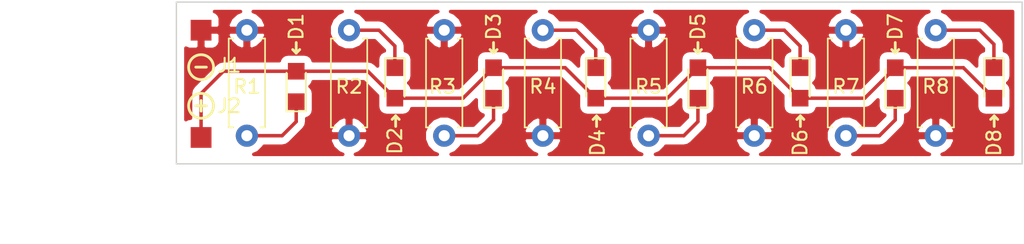
<source format=kicad_pcb>
(kicad_pcb (version 20170123) (host pcbnew no-vcs-found-9c2ebf3~58~ubuntu16.04.1)

  (general
    (links 24)
    (no_connects 7)
    (area 136.272 82.753999 210.362001 102.313001)
    (thickness 1.6)
    (drawings 35)
    (tracks 41)
    (zones 0)
    (modules 18)
    (nets 11)
  )

  (page A4)
  (layers
    (0 F.Cu signal)
    (31 B.Cu signal)
    (32 B.Adhes user)
    (33 F.Adhes user)
    (34 B.Paste user)
    (35 F.Paste user)
    (36 B.SilkS user)
    (37 F.SilkS user)
    (38 B.Mask user)
    (39 F.Mask user)
    (40 Dwgs.User user)
    (41 Cmts.User user)
    (42 Eco1.User user)
    (43 Eco2.User user)
    (44 Edge.Cuts user)
    (45 Margin user)
    (46 B.CrtYd user)
    (47 F.CrtYd user)
    (48 B.Fab user)
    (49 F.Fab user)
  )

  (setup
    (last_trace_width 0.25)
    (trace_clearance 0.2)
    (zone_clearance 0.508)
    (zone_45_only no)
    (trace_min 0.2)
    (segment_width 0.2)
    (edge_width 0.1)
    (via_size 0.6)
    (via_drill 0.4)
    (via_min_size 0.4)
    (via_min_drill 0.3)
    (uvia_size 0.3)
    (uvia_drill 0.1)
    (uvias_allowed no)
    (uvia_min_size 0.2)
    (uvia_min_drill 0.1)
    (pcb_text_width 0.3)
    (pcb_text_size 1.5 1.5)
    (mod_edge_width 0.15)
    (mod_text_size 1 1)
    (mod_text_width 0.15)
    (pad_size 1.5 1.5)
    (pad_drill 0.6)
    (pad_to_mask_clearance 0.02)
    (aux_axis_origin 173.228 68.58)
    (visible_elements FFFDFF7F)
    (pcbplotparams
      (layerselection 0x00020_7fffffff)
      (usegerberextensions false)
      (excludeedgelayer true)
      (linewidth 0.100000)
      (plotframeref false)
      (viasonmask false)
      (mode 1)
      (useauxorigin false)
      (hpglpennumber 1)
      (hpglpenspeed 20)
      (hpglpendiameter 15)
      (psnegative false)
      (psa4output false)
      (plotreference true)
      (plotvalue true)
      (plotinvisibletext false)
      (padsonsilk false)
      (subtractmaskfromsilk false)
      (outputformat 3)
      (mirror false)
      (drillshape 0)
      (scaleselection 1)
      (outputdirectory ""))
  )

  (net 0 "")
  (net 1 "Net-(D1-Pad1)")
  (net 2 "Net-(D2-Pad1)")
  (net 3 "Net-(D3-Pad1)")
  (net 4 "Net-(D4-Pad1)")
  (net 5 "Net-(D5-Pad1)")
  (net 6 "Net-(D6-Pad1)")
  (net 7 "Net-(D7-Pad1)")
  (net 8 "Net-(D8-Pad1)")
  (net 9 GNDREF)
  (net 10 /C)

  (net_class Default "This is the default net class."
    (clearance 0.2)
    (trace_width 0.25)
    (via_dia 0.6)
    (via_drill 0.4)
    (uvia_dia 0.3)
    (uvia_drill 0.1)
    (add_net /C)
    (add_net GNDREF)
    (add_net "Net-(D1-Pad1)")
    (add_net "Net-(D2-Pad1)")
    (add_net "Net-(D3-Pad1)")
    (add_net "Net-(D4-Pad1)")
    (add_net "Net-(D5-Pad1)")
    (add_net "Net-(D6-Pad1)")
    (add_net "Net-(D7-Pad1)")
    (add_net "Net-(D8-Pad1)")
  )

  (module Resistors_THT:R_Axial_DIN0207_L6.3mm_D2.5mm_P7.62mm_Horizontal (layer F.Cu) (tedit 5874F706) (tstamp 58E1FC58)
    (at 154.432 92.456 90)
    (descr "Resistor, Axial_DIN0207 series, Axial, Horizontal, pin pitch=7.62mm, 0.25W = 1/4W, length*diameter=6.3*2.5mm^2, http://cdn-reichelt.de/documents/datenblatt/B400/1_4W%23YAG.pdf")
    (tags "Resistor Axial_DIN0207 series Axial Horizontal pin pitch 7.62mm 0.25W = 1/4W length 6.3mm diameter 2.5mm")
    (path /58DF6766)
    (fp_text reference R1 (at 3.556 0 180) (layer F.SilkS)
      (effects (font (size 1 1) (thickness 0.15)))
    )
    (fp_text value 37 (at 3.81 2.31 90) (layer F.Fab)
      (effects (font (size 1 1) (thickness 0.15)))
    )
    (fp_line (start 0.66 -1.25) (end 0.66 1.25) (layer F.Fab) (width 0.1))
    (fp_line (start 0.66 1.25) (end 6.96 1.25) (layer F.Fab) (width 0.1))
    (fp_line (start 6.96 1.25) (end 6.96 -1.25) (layer F.Fab) (width 0.1))
    (fp_line (start 6.96 -1.25) (end 0.66 -1.25) (layer F.Fab) (width 0.1))
    (fp_line (start 0 0) (end 0.66 0) (layer F.Fab) (width 0.1))
    (fp_line (start 7.62 0) (end 6.96 0) (layer F.Fab) (width 0.1))
    (fp_line (start 0.6 -0.98) (end 0.6 -1.31) (layer F.SilkS) (width 0.12))
    (fp_line (start 0.6 -1.31) (end 7.02 -1.31) (layer F.SilkS) (width 0.12))
    (fp_line (start 7.02 -1.31) (end 7.02 -0.98) (layer F.SilkS) (width 0.12))
    (fp_line (start 0.6 0.98) (end 0.6 1.31) (layer F.SilkS) (width 0.12))
    (fp_line (start 0.6 1.31) (end 7.02 1.31) (layer F.SilkS) (width 0.12))
    (fp_line (start 7.02 1.31) (end 7.02 0.98) (layer F.SilkS) (width 0.12))
    (fp_line (start -1.05 -1.6) (end -1.05 1.6) (layer F.CrtYd) (width 0.05))
    (fp_line (start -1.05 1.6) (end 8.7 1.6) (layer F.CrtYd) (width 0.05))
    (fp_line (start 8.7 1.6) (end 8.7 -1.6) (layer F.CrtYd) (width 0.05))
    (fp_line (start 8.7 -1.6) (end -1.05 -1.6) (layer F.CrtYd) (width 0.05))
    (pad 1 thru_hole circle (at 0 0 90) (size 1.6 1.6) (drill 0.8) (layers *.Cu *.Mask)
      (net 1 "Net-(D1-Pad1)"))
    (pad 2 thru_hole oval (at 7.62 0 90) (size 1.6 1.6) (drill 0.8) (layers *.Cu *.Mask)
      (net 9 GNDREF))
    (model Resistors_THT.3dshapes/R_Axial_DIN0207_L6.3mm_D2.5mm_P7.62mm_Horizontal.wrl
      (at (xyz 0 0 0))
      (scale (xyz 0.393701 0.393701 0.393701))
      (rotate (xyz 0 0 0))
    )
  )

  (module LEDs:LED_0805 (layer F.Cu) (tedit 57FE93EC) (tstamp 58E1FC1E)
    (at 157.988 88.9 90)
    (descr "LED 0805 smd package")
    (tags "LED led 0805 SMD smd SMT smt smdled SMDLED smtled SMTLED")
    (path /58DE35E1)
    (attr smd)
    (fp_text reference D1 (at 4.318 0 90) (layer F.SilkS)
      (effects (font (size 1 1) (thickness 0.15)))
    )
    (fp_text value LED (at -3.175 1.143 90) (layer F.Fab)
      (effects (font (size 1 1) (thickness 0.15)))
    )
    (fp_line (start -1.8 -0.7) (end -1.8 0.7) (layer F.SilkS) (width 0.12))
    (fp_line (start -0.4 -0.4) (end -0.4 0.4) (layer F.Fab) (width 0.1))
    (fp_line (start -0.4 0) (end 0.2 -0.4) (layer F.Fab) (width 0.1))
    (fp_line (start 0.2 0.4) (end -0.4 0) (layer F.Fab) (width 0.1))
    (fp_line (start 0.2 -0.4) (end 0.2 0.4) (layer F.Fab) (width 0.1))
    (fp_line (start 1 0.6) (end -1 0.6) (layer F.Fab) (width 0.1))
    (fp_line (start 1 -0.6) (end 1 0.6) (layer F.Fab) (width 0.1))
    (fp_line (start -1 -0.6) (end 1 -0.6) (layer F.Fab) (width 0.1))
    (fp_line (start -1 0.6) (end -1 -0.6) (layer F.Fab) (width 0.1))
    (fp_line (start -1.8 0.7) (end 1 0.7) (layer F.SilkS) (width 0.12))
    (fp_line (start -1.8 -0.7) (end 1 -0.7) (layer F.SilkS) (width 0.12))
    (fp_line (start 1.95 -0.85) (end 1.95 0.85) (layer F.CrtYd) (width 0.05))
    (fp_line (start 1.95 0.85) (end -1.95 0.85) (layer F.CrtYd) (width 0.05))
    (fp_line (start -1.95 0.85) (end -1.95 -0.85) (layer F.CrtYd) (width 0.05))
    (fp_line (start -1.95 -0.85) (end 1.95 -0.85) (layer F.CrtYd) (width 0.05))
    (pad 2 smd rect (at 1.1 0 270) (size 1.2 1.2) (layers F.Cu F.Paste F.Mask)
      (net 10 /C))
    (pad 1 smd rect (at -1.1 0 270) (size 1.2 1.2) (layers F.Cu F.Paste F.Mask)
      (net 1 "Net-(D1-Pad1)"))
    (model LEDs.3dshapes/LED_0805.wrl
      (at (xyz 0 0 0))
      (scale (xyz 1 1 1))
      (rotate (xyz 0 0 180))
    )
  )

  (module LEDs:LED_0805 (layer F.Cu) (tedit 58E22B5D) (tstamp 58E1FC24)
    (at 165.1 88.646 270)
    (descr "LED 0805 smd package")
    (tags "LED led 0805 SMD smd SMT smt smdled SMDLED smtled SMTLED")
    (path /58DE3707)
    (attr smd)
    (fp_text reference D2 (at 4.191 0 270) (layer F.SilkS)
      (effects (font (size 1 1) (thickness 0.15)))
    )
    (fp_text value LED (at 0 1.55 270) (layer F.Fab) hide
      (effects (font (size 1 1) (thickness 0.15)))
    )
    (fp_line (start -1.8 -0.7) (end -1.8 0.7) (layer F.SilkS) (width 0.12))
    (fp_line (start -0.4 -0.4) (end -0.4 0.4) (layer F.Fab) (width 0.1))
    (fp_line (start -0.4 0) (end 0.2 -0.4) (layer F.Fab) (width 0.1))
    (fp_line (start 0.2 0.4) (end -0.4 0) (layer F.Fab) (width 0.1))
    (fp_line (start 0.2 -0.4) (end 0.2 0.4) (layer F.Fab) (width 0.1))
    (fp_line (start 1 0.6) (end -1 0.6) (layer F.Fab) (width 0.1))
    (fp_line (start 1 -0.6) (end 1 0.6) (layer F.Fab) (width 0.1))
    (fp_line (start -1 -0.6) (end 1 -0.6) (layer F.Fab) (width 0.1))
    (fp_line (start -1 0.6) (end -1 -0.6) (layer F.Fab) (width 0.1))
    (fp_line (start -1.8 0.7) (end 1 0.7) (layer F.SilkS) (width 0.12))
    (fp_line (start -1.8 -0.7) (end 1 -0.7) (layer F.SilkS) (width 0.12))
    (fp_line (start 1.95 -0.85) (end 1.95 0.85) (layer F.CrtYd) (width 0.05))
    (fp_line (start 1.95 0.85) (end -1.95 0.85) (layer F.CrtYd) (width 0.05))
    (fp_line (start -1.95 0.85) (end -1.95 -0.85) (layer F.CrtYd) (width 0.05))
    (fp_line (start -1.95 -0.85) (end 1.95 -0.85) (layer F.CrtYd) (width 0.05))
    (pad 2 smd rect (at 1.1 0 90) (size 1.2 1.2) (layers F.Cu F.Paste F.Mask)
      (net 10 /C))
    (pad 1 smd rect (at -1.1 0 90) (size 1.2 1.2) (layers F.Cu F.Paste F.Mask)
      (net 2 "Net-(D2-Pad1)"))
    (model LEDs.3dshapes/LED_0805.wrl
      (at (xyz 0 0 0))
      (scale (xyz 1 1 1))
      (rotate (xyz 0 0 180))
    )
  )

  (module LEDs:LED_0805 (layer F.Cu) (tedit 58E22BA3) (tstamp 58E1FC2A)
    (at 172.212 88.646 90)
    (descr "LED 0805 smd package")
    (tags "LED led 0805 SMD smd SMT smt smdled SMDLED smtled SMTLED")
    (path /58DE3788)
    (attr smd)
    (fp_text reference D3 (at 4.064 0 90) (layer F.SilkS)
      (effects (font (size 1 1) (thickness 0.15)))
    )
    (fp_text value LED (at 0 1.55 90) (layer F.Fab) hide
      (effects (font (size 1 1) (thickness 0.15)))
    )
    (fp_line (start -1.8 -0.7) (end -1.8 0.7) (layer F.SilkS) (width 0.12))
    (fp_line (start -0.4 -0.4) (end -0.4 0.4) (layer F.Fab) (width 0.1))
    (fp_line (start -0.4 0) (end 0.2 -0.4) (layer F.Fab) (width 0.1))
    (fp_line (start 0.2 0.4) (end -0.4 0) (layer F.Fab) (width 0.1))
    (fp_line (start 0.2 -0.4) (end 0.2 0.4) (layer F.Fab) (width 0.1))
    (fp_line (start 1 0.6) (end -1 0.6) (layer F.Fab) (width 0.1))
    (fp_line (start 1 -0.6) (end 1 0.6) (layer F.Fab) (width 0.1))
    (fp_line (start -1 -0.6) (end 1 -0.6) (layer F.Fab) (width 0.1))
    (fp_line (start -1 0.6) (end -1 -0.6) (layer F.Fab) (width 0.1))
    (fp_line (start -1.8 0.7) (end 1 0.7) (layer F.SilkS) (width 0.12))
    (fp_line (start -1.8 -0.7) (end 1 -0.7) (layer F.SilkS) (width 0.12))
    (fp_line (start 1.95 -0.85) (end 1.95 0.85) (layer F.CrtYd) (width 0.05))
    (fp_line (start 1.95 0.85) (end -1.95 0.85) (layer F.CrtYd) (width 0.05))
    (fp_line (start -1.95 0.85) (end -1.95 -0.85) (layer F.CrtYd) (width 0.05))
    (fp_line (start -1.95 -0.85) (end 1.95 -0.85) (layer F.CrtYd) (width 0.05))
    (pad 2 smd rect (at 1.1 0 270) (size 1.2 1.2) (layers F.Cu F.Paste F.Mask)
      (net 10 /C))
    (pad 1 smd rect (at -1.1 0 270) (size 1.2 1.2) (layers F.Cu F.Paste F.Mask)
      (net 3 "Net-(D3-Pad1)"))
    (model LEDs.3dshapes/LED_0805.wrl
      (at (xyz 0 0 0))
      (scale (xyz 1 1 1))
      (rotate (xyz 0 0 180))
    )
  )

  (module LEDs:LED_0805 (layer F.Cu) (tedit 58E22BB9) (tstamp 58E1FC30)
    (at 179.578 88.646 270)
    (descr "LED 0805 smd package")
    (tags "LED led 0805 SMD smd SMT smt smdled SMDLED smtled SMTLED")
    (path /58DE378E)
    (attr smd)
    (fp_text reference D4 (at 4.318 -0.127 270) (layer F.SilkS)
      (effects (font (size 1 1) (thickness 0.15)))
    )
    (fp_text value LED (at 0 1.55 270) (layer F.Fab) hide
      (effects (font (size 1 1) (thickness 0.15)))
    )
    (fp_line (start -1.8 -0.7) (end -1.8 0.7) (layer F.SilkS) (width 0.12))
    (fp_line (start -0.4 -0.4) (end -0.4 0.4) (layer F.Fab) (width 0.1))
    (fp_line (start -0.4 0) (end 0.2 -0.4) (layer F.Fab) (width 0.1))
    (fp_line (start 0.2 0.4) (end -0.4 0) (layer F.Fab) (width 0.1))
    (fp_line (start 0.2 -0.4) (end 0.2 0.4) (layer F.Fab) (width 0.1))
    (fp_line (start 1 0.6) (end -1 0.6) (layer F.Fab) (width 0.1))
    (fp_line (start 1 -0.6) (end 1 0.6) (layer F.Fab) (width 0.1))
    (fp_line (start -1 -0.6) (end 1 -0.6) (layer F.Fab) (width 0.1))
    (fp_line (start -1 0.6) (end -1 -0.6) (layer F.Fab) (width 0.1))
    (fp_line (start -1.8 0.7) (end 1 0.7) (layer F.SilkS) (width 0.12))
    (fp_line (start -1.8 -0.7) (end 1 -0.7) (layer F.SilkS) (width 0.12))
    (fp_line (start 1.95 -0.85) (end 1.95 0.85) (layer F.CrtYd) (width 0.05))
    (fp_line (start 1.95 0.85) (end -1.95 0.85) (layer F.CrtYd) (width 0.05))
    (fp_line (start -1.95 0.85) (end -1.95 -0.85) (layer F.CrtYd) (width 0.05))
    (fp_line (start -1.95 -0.85) (end 1.95 -0.85) (layer F.CrtYd) (width 0.05))
    (pad 2 smd rect (at 1.1 0 90) (size 1.2 1.2) (layers F.Cu F.Paste F.Mask)
      (net 10 /C))
    (pad 1 smd rect (at -1.1 0 90) (size 1.2 1.2) (layers F.Cu F.Paste F.Mask)
      (net 4 "Net-(D4-Pad1)"))
    (model LEDs.3dshapes/LED_0805.wrl
      (at (xyz 0 0 0))
      (scale (xyz 1 1 1))
      (rotate (xyz 0 0 180))
    )
  )

  (module LEDs:LED_0805 (layer F.Cu) (tedit 58E22C00) (tstamp 58E1FC36)
    (at 186.944 88.646 90)
    (descr "LED 0805 smd package")
    (tags "LED led 0805 SMD smd SMT smt smdled SMDLED smtled SMTLED")
    (path /58DE38CC)
    (attr smd)
    (fp_text reference D5 (at 4.064 0 90) (layer F.SilkS)
      (effects (font (size 1 1) (thickness 0.15)))
    )
    (fp_text value LED (at 0 1.55 90) (layer F.Fab) hide
      (effects (font (size 1 1) (thickness 0.15)))
    )
    (fp_line (start -1.8 -0.7) (end -1.8 0.7) (layer F.SilkS) (width 0.12))
    (fp_line (start -0.4 -0.4) (end -0.4 0.4) (layer F.Fab) (width 0.1))
    (fp_line (start -0.4 0) (end 0.2 -0.4) (layer F.Fab) (width 0.1))
    (fp_line (start 0.2 0.4) (end -0.4 0) (layer F.Fab) (width 0.1))
    (fp_line (start 0.2 -0.4) (end 0.2 0.4) (layer F.Fab) (width 0.1))
    (fp_line (start 1 0.6) (end -1 0.6) (layer F.Fab) (width 0.1))
    (fp_line (start 1 -0.6) (end 1 0.6) (layer F.Fab) (width 0.1))
    (fp_line (start -1 -0.6) (end 1 -0.6) (layer F.Fab) (width 0.1))
    (fp_line (start -1 0.6) (end -1 -0.6) (layer F.Fab) (width 0.1))
    (fp_line (start -1.8 0.7) (end 1 0.7) (layer F.SilkS) (width 0.12))
    (fp_line (start -1.8 -0.7) (end 1 -0.7) (layer F.SilkS) (width 0.12))
    (fp_line (start 1.95 -0.85) (end 1.95 0.85) (layer F.CrtYd) (width 0.05))
    (fp_line (start 1.95 0.85) (end -1.95 0.85) (layer F.CrtYd) (width 0.05))
    (fp_line (start -1.95 0.85) (end -1.95 -0.85) (layer F.CrtYd) (width 0.05))
    (fp_line (start -1.95 -0.85) (end 1.95 -0.85) (layer F.CrtYd) (width 0.05))
    (pad 2 smd rect (at 1.1 0 270) (size 1.2 1.2) (layers F.Cu F.Paste F.Mask)
      (net 10 /C))
    (pad 1 smd rect (at -1.1 0 270) (size 1.2 1.2) (layers F.Cu F.Paste F.Mask)
      (net 5 "Net-(D5-Pad1)"))
    (model LEDs.3dshapes/LED_0805.wrl
      (at (xyz 0 0 0))
      (scale (xyz 1 1 1))
      (rotate (xyz 0 0 180))
    )
  )

  (module LEDs:LED_0805 (layer F.Cu) (tedit 58E22C08) (tstamp 58E1FC3C)
    (at 194.31 88.646 270)
    (descr "LED 0805 smd package")
    (tags "LED led 0805 SMD smd SMT smt smdled SMDLED smtled SMTLED")
    (path /58DE38D2)
    (attr smd)
    (fp_text reference D6 (at 4.318 0 270) (layer F.SilkS)
      (effects (font (size 1 1) (thickness 0.15)))
    )
    (fp_text value LED (at 0 1.55 270) (layer F.Fab) hide
      (effects (font (size 1 1) (thickness 0.15)))
    )
    (fp_line (start -1.8 -0.7) (end -1.8 0.7) (layer F.SilkS) (width 0.12))
    (fp_line (start -0.4 -0.4) (end -0.4 0.4) (layer F.Fab) (width 0.1))
    (fp_line (start -0.4 0) (end 0.2 -0.4) (layer F.Fab) (width 0.1))
    (fp_line (start 0.2 0.4) (end -0.4 0) (layer F.Fab) (width 0.1))
    (fp_line (start 0.2 -0.4) (end 0.2 0.4) (layer F.Fab) (width 0.1))
    (fp_line (start 1 0.6) (end -1 0.6) (layer F.Fab) (width 0.1))
    (fp_line (start 1 -0.6) (end 1 0.6) (layer F.Fab) (width 0.1))
    (fp_line (start -1 -0.6) (end 1 -0.6) (layer F.Fab) (width 0.1))
    (fp_line (start -1 0.6) (end -1 -0.6) (layer F.Fab) (width 0.1))
    (fp_line (start -1.8 0.7) (end 1 0.7) (layer F.SilkS) (width 0.12))
    (fp_line (start -1.8 -0.7) (end 1 -0.7) (layer F.SilkS) (width 0.12))
    (fp_line (start 1.95 -0.85) (end 1.95 0.85) (layer F.CrtYd) (width 0.05))
    (fp_line (start 1.95 0.85) (end -1.95 0.85) (layer F.CrtYd) (width 0.05))
    (fp_line (start -1.95 0.85) (end -1.95 -0.85) (layer F.CrtYd) (width 0.05))
    (fp_line (start -1.95 -0.85) (end 1.95 -0.85) (layer F.CrtYd) (width 0.05))
    (pad 2 smd rect (at 1.1 0 90) (size 1.2 1.2) (layers F.Cu F.Paste F.Mask)
      (net 10 /C))
    (pad 1 smd rect (at -1.1 0 90) (size 1.2 1.2) (layers F.Cu F.Paste F.Mask)
      (net 6 "Net-(D6-Pad1)"))
    (model LEDs.3dshapes/LED_0805.wrl
      (at (xyz 0 0 0))
      (scale (xyz 1 1 1))
      (rotate (xyz 0 0 180))
    )
  )

  (module LEDs:LED_0805 (layer F.Cu) (tedit 58E22C53) (tstamp 58E1FC42)
    (at 201.168 88.646 90)
    (descr "LED 0805 smd package")
    (tags "LED led 0805 SMD smd SMT smt smdled SMDLED smtled SMTLED")
    (path /58DE38D8)
    (attr smd)
    (fp_text reference D7 (at 4.064 0 90) (layer F.SilkS)
      (effects (font (size 1 1) (thickness 0.15)))
    )
    (fp_text value LED (at 0 1.55 90) (layer F.Fab) hide
      (effects (font (size 1 1) (thickness 0.15)))
    )
    (fp_line (start -1.8 -0.7) (end -1.8 0.7) (layer F.SilkS) (width 0.12))
    (fp_line (start -0.4 -0.4) (end -0.4 0.4) (layer F.Fab) (width 0.1))
    (fp_line (start -0.4 0) (end 0.2 -0.4) (layer F.Fab) (width 0.1))
    (fp_line (start 0.2 0.4) (end -0.4 0) (layer F.Fab) (width 0.1))
    (fp_line (start 0.2 -0.4) (end 0.2 0.4) (layer F.Fab) (width 0.1))
    (fp_line (start 1 0.6) (end -1 0.6) (layer F.Fab) (width 0.1))
    (fp_line (start 1 -0.6) (end 1 0.6) (layer F.Fab) (width 0.1))
    (fp_line (start -1 -0.6) (end 1 -0.6) (layer F.Fab) (width 0.1))
    (fp_line (start -1 0.6) (end -1 -0.6) (layer F.Fab) (width 0.1))
    (fp_line (start -1.8 0.7) (end 1 0.7) (layer F.SilkS) (width 0.12))
    (fp_line (start -1.8 -0.7) (end 1 -0.7) (layer F.SilkS) (width 0.12))
    (fp_line (start 1.95 -0.85) (end 1.95 0.85) (layer F.CrtYd) (width 0.05))
    (fp_line (start 1.95 0.85) (end -1.95 0.85) (layer F.CrtYd) (width 0.05))
    (fp_line (start -1.95 0.85) (end -1.95 -0.85) (layer F.CrtYd) (width 0.05))
    (fp_line (start -1.95 -0.85) (end 1.95 -0.85) (layer F.CrtYd) (width 0.05))
    (pad 2 smd rect (at 1.1 0 270) (size 1.2 1.2) (layers F.Cu F.Paste F.Mask)
      (net 10 /C))
    (pad 1 smd rect (at -1.1 0 270) (size 1.2 1.2) (layers F.Cu F.Paste F.Mask)
      (net 7 "Net-(D7-Pad1)"))
    (model LEDs.3dshapes/LED_0805.wrl
      (at (xyz 0 0 0))
      (scale (xyz 1 1 1))
      (rotate (xyz 0 0 180))
    )
  )

  (module LEDs:LED_0805 (layer F.Cu) (tedit 58E3F45E) (tstamp 58E1FC48)
    (at 208.28 88.646 270)
    (descr "LED 0805 smd package")
    (tags "LED led 0805 SMD smd SMT smt smdled SMDLED smtled SMTLED")
    (path /58DE38DE)
    (attr smd)
    (fp_text reference D8 (at 4.318 0 270) (layer F.SilkS)
      (effects (font (size 1 1) (thickness 0.15)))
    )
    (fp_text value LED (at 0 1.55 270) (layer F.Fab) hide
      (effects (font (size 1 1) (thickness 0.15)))
    )
    (fp_line (start -1.8 -0.7) (end -1.8 0.7) (layer F.SilkS) (width 0.12))
    (fp_line (start -0.4 -0.4) (end -0.4 0.4) (layer F.Fab) (width 0.1))
    (fp_line (start -0.4 0) (end 0.2 -0.4) (layer F.Fab) (width 0.1))
    (fp_line (start 0.2 0.4) (end -0.4 0) (layer F.Fab) (width 0.1))
    (fp_line (start 0.2 -0.4) (end 0.2 0.4) (layer F.Fab) (width 0.1))
    (fp_line (start 1 0.6) (end -1 0.6) (layer F.Fab) (width 0.1))
    (fp_line (start 1 -0.6) (end 1 0.6) (layer F.Fab) (width 0.1))
    (fp_line (start -1 -0.6) (end 1 -0.6) (layer F.Fab) (width 0.1))
    (fp_line (start -1 0.6) (end -1 -0.6) (layer F.Fab) (width 0.1))
    (fp_line (start -1.8 0.7) (end 1 0.7) (layer F.SilkS) (width 0.12))
    (fp_line (start -1.8 -0.7) (end 1 -0.7) (layer F.SilkS) (width 0.12))
    (fp_line (start 1.95 -0.85) (end 1.95 0.85) (layer F.CrtYd) (width 0.05))
    (fp_line (start 1.95 0.85) (end -1.95 0.85) (layer F.CrtYd) (width 0.05))
    (fp_line (start -1.95 0.85) (end -1.95 -0.85) (layer F.CrtYd) (width 0.05))
    (fp_line (start -1.95 -0.85) (end 1.95 -0.85) (layer F.CrtYd) (width 0.05))
    (pad 2 smd rect (at 1.1 0 90) (size 1.2 1.2) (layers F.Cu F.Paste F.Mask)
      (net 10 /C))
    (pad 1 smd rect (at -1.1 0 90) (size 1.2 1.2) (layers F.Cu F.Paste F.Mask)
      (net 8 "Net-(D8-Pad1)"))
    (model LEDs.3dshapes/LED_0805.wrl
      (at (xyz 0 0 0))
      (scale (xyz 1 1 1))
      (rotate (xyz 0 0 180))
    )
  )

  (module Measurement_Points:Measurement_Point_Square-SMD-Pad_Small (layer F.Cu) (tedit 58E40351) (tstamp 58E1FC4D)
    (at 151.13 84.836)
    (descr "Mesurement Point, Square, SMD Pad,  1.5mm x 1.5mm,")
    (tags "Mesurement Point Square SMD Pad 1.5x1.5mm")
    (path /58DF58BA)
    (attr virtual)
    (fp_text reference J1 (at 2.032 2.54 180) (layer F.SilkS)
      (effects (font (size 1 1) (thickness 0.15)))
    )
    (fp_text value Rows (at 0 2) (layer F.Fab)
      (effects (font (size 1 1) (thickness 0.15)))
    )
    (fp_line (start -1 -1) (end 1 -1) (layer F.CrtYd) (width 0.05))
    (fp_line (start 1 -1) (end 1 1) (layer F.CrtYd) (width 0.05))
    (fp_line (start 1 1) (end -1 1) (layer F.CrtYd) (width 0.05))
    (fp_line (start -1 1) (end -1 -1) (layer F.CrtYd) (width 0.05))
    (pad 1 smd rect (at 0 0) (size 1.5 1.5) (layers F.Cu F.Mask)
      (net 9 GNDREF))
  )

  (module Measurement_Points:Measurement_Point_Square-SMD-Pad_Small (layer F.Cu) (tedit 58E40357) (tstamp 58E1FC52)
    (at 151.13 92.583)
    (descr "Mesurement Point, Square, SMD Pad,  1.5mm x 1.5mm,")
    (tags "Mesurement Point Square SMD Pad 1.5x1.5mm")
    (path /58DF592F)
    (attr virtual)
    (fp_text reference J2 (at 2.032 -2.286) (layer F.SilkS)
      (effects (font (size 1 1) (thickness 0.15)))
    )
    (fp_text value Columns (at 0 2) (layer F.Fab) hide
      (effects (font (size 1 1) (thickness 0.15)))
    )
    (fp_line (start -1 -1) (end 1 -1) (layer F.CrtYd) (width 0.05))
    (fp_line (start 1 -1) (end 1 1) (layer F.CrtYd) (width 0.05))
    (fp_line (start 1 1) (end -1 1) (layer F.CrtYd) (width 0.05))
    (fp_line (start -1 1) (end -1 -1) (layer F.CrtYd) (width 0.05))
    (pad 1 smd rect (at 0 0) (size 1.5 1.5) (layers F.Cu F.Mask)
      (net 10 /C))
  )

  (module Resistors_THT:R_Axial_DIN0207_L6.3mm_D2.5mm_P7.62mm_Horizontal (layer F.Cu) (tedit 5874F706) (tstamp 58E1FC5E)
    (at 161.798 84.836 270)
    (descr "Resistor, Axial_DIN0207 series, Axial, Horizontal, pin pitch=7.62mm, 0.25W = 1/4W, length*diameter=6.3*2.5mm^2, http://cdn-reichelt.de/documents/datenblatt/B400/1_4W%23YAG.pdf")
    (tags "Resistor Axial_DIN0207 series Axial Horizontal pin pitch 7.62mm 0.25W = 1/4W length 6.3mm diameter 2.5mm")
    (path /58DF6ACF)
    (fp_text reference R2 (at 4.064 0) (layer F.SilkS)
      (effects (font (size 1 1) (thickness 0.15)))
    )
    (fp_text value 37 (at 3.81 2.31 270) (layer F.Fab) hide
      (effects (font (size 1 1) (thickness 0.15)))
    )
    (fp_line (start 0.66 -1.25) (end 0.66 1.25) (layer F.Fab) (width 0.1))
    (fp_line (start 0.66 1.25) (end 6.96 1.25) (layer F.Fab) (width 0.1))
    (fp_line (start 6.96 1.25) (end 6.96 -1.25) (layer F.Fab) (width 0.1))
    (fp_line (start 6.96 -1.25) (end 0.66 -1.25) (layer F.Fab) (width 0.1))
    (fp_line (start 0 0) (end 0.66 0) (layer F.Fab) (width 0.1))
    (fp_line (start 7.62 0) (end 6.96 0) (layer F.Fab) (width 0.1))
    (fp_line (start 0.6 -0.98) (end 0.6 -1.31) (layer F.SilkS) (width 0.12))
    (fp_line (start 0.6 -1.31) (end 7.02 -1.31) (layer F.SilkS) (width 0.12))
    (fp_line (start 7.02 -1.31) (end 7.02 -0.98) (layer F.SilkS) (width 0.12))
    (fp_line (start 0.6 0.98) (end 0.6 1.31) (layer F.SilkS) (width 0.12))
    (fp_line (start 0.6 1.31) (end 7.02 1.31) (layer F.SilkS) (width 0.12))
    (fp_line (start 7.02 1.31) (end 7.02 0.98) (layer F.SilkS) (width 0.12))
    (fp_line (start -1.05 -1.6) (end -1.05 1.6) (layer F.CrtYd) (width 0.05))
    (fp_line (start -1.05 1.6) (end 8.7 1.6) (layer F.CrtYd) (width 0.05))
    (fp_line (start 8.7 1.6) (end 8.7 -1.6) (layer F.CrtYd) (width 0.05))
    (fp_line (start 8.7 -1.6) (end -1.05 -1.6) (layer F.CrtYd) (width 0.05))
    (pad 1 thru_hole circle (at 0 0 270) (size 1.6 1.6) (drill 0.8) (layers *.Cu *.Mask)
      (net 2 "Net-(D2-Pad1)"))
    (pad 2 thru_hole oval (at 7.62 0 270) (size 1.6 1.6) (drill 0.8) (layers *.Cu *.Mask)
      (net 9 GNDREF))
    (model Resistors_THT.3dshapes/R_Axial_DIN0207_L6.3mm_D2.5mm_P7.62mm_Horizontal.wrl
      (at (xyz 0 0 0))
      (scale (xyz 0.393701 0.393701 0.393701))
      (rotate (xyz 0 0 0))
    )
  )

  (module Resistors_THT:R_Axial_DIN0207_L6.3mm_D2.5mm_P7.62mm_Horizontal (layer F.Cu) (tedit 58E22B80) (tstamp 58E1FC64)
    (at 168.656 92.456 90)
    (descr "Resistor, Axial_DIN0207 series, Axial, Horizontal, pin pitch=7.62mm, 0.25W = 1/4W, length*diameter=6.3*2.5mm^2, http://cdn-reichelt.de/documents/datenblatt/B400/1_4W%23YAG.pdf")
    (tags "Resistor Axial_DIN0207 series Axial Horizontal pin pitch 7.62mm 0.25W = 1/4W length 6.3mm diameter 2.5mm")
    (path /58DF73C1)
    (fp_text reference R3 (at 3.556 -0.127 180) (layer F.SilkS)
      (effects (font (size 1 1) (thickness 0.15)))
    )
    (fp_text value 37 (at 3.81 2.31 90) (layer F.Fab) hide
      (effects (font (size 1 1) (thickness 0.15)))
    )
    (fp_line (start 0.66 -1.25) (end 0.66 1.25) (layer F.Fab) (width 0.1))
    (fp_line (start 0.66 1.25) (end 6.96 1.25) (layer F.Fab) (width 0.1))
    (fp_line (start 6.96 1.25) (end 6.96 -1.25) (layer F.Fab) (width 0.1))
    (fp_line (start 6.96 -1.25) (end 0.66 -1.25) (layer F.Fab) (width 0.1))
    (fp_line (start 0 0) (end 0.66 0) (layer F.Fab) (width 0.1))
    (fp_line (start 7.62 0) (end 6.96 0) (layer F.Fab) (width 0.1))
    (fp_line (start 0.6 -0.98) (end 0.6 -1.31) (layer F.SilkS) (width 0.12))
    (fp_line (start 0.6 -1.31) (end 7.02 -1.31) (layer F.SilkS) (width 0.12))
    (fp_line (start 7.02 -1.31) (end 7.02 -0.98) (layer F.SilkS) (width 0.12))
    (fp_line (start 0.6 0.98) (end 0.6 1.31) (layer F.SilkS) (width 0.12))
    (fp_line (start 0.6 1.31) (end 7.02 1.31) (layer F.SilkS) (width 0.12))
    (fp_line (start 7.02 1.31) (end 7.02 0.98) (layer F.SilkS) (width 0.12))
    (fp_line (start -1.05 -1.6) (end -1.05 1.6) (layer F.CrtYd) (width 0.05))
    (fp_line (start -1.05 1.6) (end 8.7 1.6) (layer F.CrtYd) (width 0.05))
    (fp_line (start 8.7 1.6) (end 8.7 -1.6) (layer F.CrtYd) (width 0.05))
    (fp_line (start 8.7 -1.6) (end -1.05 -1.6) (layer F.CrtYd) (width 0.05))
    (pad 1 thru_hole circle (at 0 0 90) (size 1.6 1.6) (drill 0.8) (layers *.Cu *.Mask)
      (net 3 "Net-(D3-Pad1)"))
    (pad 2 thru_hole oval (at 7.62 0 90) (size 1.6 1.6) (drill 0.8) (layers *.Cu *.Mask)
      (net 9 GNDREF))
    (model Resistors_THT.3dshapes/R_Axial_DIN0207_L6.3mm_D2.5mm_P7.62mm_Horizontal.wrl
      (at (xyz 0 0 0))
      (scale (xyz 0.393701 0.393701 0.393701))
      (rotate (xyz 0 0 0))
    )
  )

  (module Resistors_THT:R_Axial_DIN0207_L6.3mm_D2.5mm_P7.62mm_Horizontal (layer F.Cu) (tedit 58E22BBE) (tstamp 58E1FC6A)
    (at 175.768 84.836 270)
    (descr "Resistor, Axial_DIN0207 series, Axial, Horizontal, pin pitch=7.62mm, 0.25W = 1/4W, length*diameter=6.3*2.5mm^2, http://cdn-reichelt.de/documents/datenblatt/B400/1_4W%23YAG.pdf")
    (tags "Resistor Axial_DIN0207 series Axial Horizontal pin pitch 7.62mm 0.25W = 1/4W length 6.3mm diameter 2.5mm")
    (path /58DF73C7)
    (fp_text reference R4 (at 4.064 0) (layer F.SilkS)
      (effects (font (size 1 1) (thickness 0.15)))
    )
    (fp_text value 37 (at 3.81 2.31 270) (layer F.Fab) hide
      (effects (font (size 1 1) (thickness 0.15)))
    )
    (fp_line (start 0.66 -1.25) (end 0.66 1.25) (layer F.Fab) (width 0.1))
    (fp_line (start 0.66 1.25) (end 6.96 1.25) (layer F.Fab) (width 0.1))
    (fp_line (start 6.96 1.25) (end 6.96 -1.25) (layer F.Fab) (width 0.1))
    (fp_line (start 6.96 -1.25) (end 0.66 -1.25) (layer F.Fab) (width 0.1))
    (fp_line (start 0 0) (end 0.66 0) (layer F.Fab) (width 0.1))
    (fp_line (start 7.62 0) (end 6.96 0) (layer F.Fab) (width 0.1))
    (fp_line (start 0.6 -0.98) (end 0.6 -1.31) (layer F.SilkS) (width 0.12))
    (fp_line (start 0.6 -1.31) (end 7.02 -1.31) (layer F.SilkS) (width 0.12))
    (fp_line (start 7.02 -1.31) (end 7.02 -0.98) (layer F.SilkS) (width 0.12))
    (fp_line (start 0.6 0.98) (end 0.6 1.31) (layer F.SilkS) (width 0.12))
    (fp_line (start 0.6 1.31) (end 7.02 1.31) (layer F.SilkS) (width 0.12))
    (fp_line (start 7.02 1.31) (end 7.02 0.98) (layer F.SilkS) (width 0.12))
    (fp_line (start -1.05 -1.6) (end -1.05 1.6) (layer F.CrtYd) (width 0.05))
    (fp_line (start -1.05 1.6) (end 8.7 1.6) (layer F.CrtYd) (width 0.05))
    (fp_line (start 8.7 1.6) (end 8.7 -1.6) (layer F.CrtYd) (width 0.05))
    (fp_line (start 8.7 -1.6) (end -1.05 -1.6) (layer F.CrtYd) (width 0.05))
    (pad 1 thru_hole circle (at 0 0 270) (size 1.6 1.6) (drill 0.8) (layers *.Cu *.Mask)
      (net 4 "Net-(D4-Pad1)"))
    (pad 2 thru_hole oval (at 7.62 0 270) (size 1.6 1.6) (drill 0.8) (layers *.Cu *.Mask)
      (net 9 GNDREF))
    (model Resistors_THT.3dshapes/R_Axial_DIN0207_L6.3mm_D2.5mm_P7.62mm_Horizontal.wrl
      (at (xyz 0 0 0))
      (scale (xyz 0.393701 0.393701 0.393701))
      (rotate (xyz 0 0 0))
    )
  )

  (module Resistors_THT:R_Axial_DIN0207_L6.3mm_D2.5mm_P7.62mm_Horizontal (layer F.Cu) (tedit 58E22BEE) (tstamp 58E1FC70)
    (at 183.388 92.456 90)
    (descr "Resistor, Axial_DIN0207 series, Axial, Horizontal, pin pitch=7.62mm, 0.25W = 1/4W, length*diameter=6.3*2.5mm^2, http://cdn-reichelt.de/documents/datenblatt/B400/1_4W%23YAG.pdf")
    (tags "Resistor Axial_DIN0207 series Axial Horizontal pin pitch 7.62mm 0.25W = 1/4W length 6.3mm diameter 2.5mm")
    (path /58DF74D9)
    (fp_text reference R5 (at 3.556 0 180) (layer F.SilkS)
      (effects (font (size 1 1) (thickness 0.15)))
    )
    (fp_text value 37 (at 3.81 2.31 90) (layer F.Fab) hide
      (effects (font (size 1 1) (thickness 0.15)))
    )
    (fp_line (start 0.66 -1.25) (end 0.66 1.25) (layer F.Fab) (width 0.1))
    (fp_line (start 0.66 1.25) (end 6.96 1.25) (layer F.Fab) (width 0.1))
    (fp_line (start 6.96 1.25) (end 6.96 -1.25) (layer F.Fab) (width 0.1))
    (fp_line (start 6.96 -1.25) (end 0.66 -1.25) (layer F.Fab) (width 0.1))
    (fp_line (start 0 0) (end 0.66 0) (layer F.Fab) (width 0.1))
    (fp_line (start 7.62 0) (end 6.96 0) (layer F.Fab) (width 0.1))
    (fp_line (start 0.6 -0.98) (end 0.6 -1.31) (layer F.SilkS) (width 0.12))
    (fp_line (start 0.6 -1.31) (end 7.02 -1.31) (layer F.SilkS) (width 0.12))
    (fp_line (start 7.02 -1.31) (end 7.02 -0.98) (layer F.SilkS) (width 0.12))
    (fp_line (start 0.6 0.98) (end 0.6 1.31) (layer F.SilkS) (width 0.12))
    (fp_line (start 0.6 1.31) (end 7.02 1.31) (layer F.SilkS) (width 0.12))
    (fp_line (start 7.02 1.31) (end 7.02 0.98) (layer F.SilkS) (width 0.12))
    (fp_line (start -1.05 -1.6) (end -1.05 1.6) (layer F.CrtYd) (width 0.05))
    (fp_line (start -1.05 1.6) (end 8.7 1.6) (layer F.CrtYd) (width 0.05))
    (fp_line (start 8.7 1.6) (end 8.7 -1.6) (layer F.CrtYd) (width 0.05))
    (fp_line (start 8.7 -1.6) (end -1.05 -1.6) (layer F.CrtYd) (width 0.05))
    (pad 1 thru_hole circle (at 0 0 90) (size 1.6 1.6) (drill 0.8) (layers *.Cu *.Mask)
      (net 5 "Net-(D5-Pad1)"))
    (pad 2 thru_hole oval (at 7.62 0 90) (size 1.6 1.6) (drill 0.8) (layers *.Cu *.Mask)
      (net 9 GNDREF))
    (model Resistors_THT.3dshapes/R_Axial_DIN0207_L6.3mm_D2.5mm_P7.62mm_Horizontal.wrl
      (at (xyz 0 0 0))
      (scale (xyz 0.393701 0.393701 0.393701))
      (rotate (xyz 0 0 0))
    )
  )

  (module Resistors_THT:R_Axial_DIN0207_L6.3mm_D2.5mm_P7.62mm_Horizontal (layer F.Cu) (tedit 58E22C0D) (tstamp 58E1FC76)
    (at 191.008 84.836 270)
    (descr "Resistor, Axial_DIN0207 series, Axial, Horizontal, pin pitch=7.62mm, 0.25W = 1/4W, length*diameter=6.3*2.5mm^2, http://cdn-reichelt.de/documents/datenblatt/B400/1_4W%23YAG.pdf")
    (tags "Resistor Axial_DIN0207 series Axial Horizontal pin pitch 7.62mm 0.25W = 1/4W length 6.3mm diameter 2.5mm")
    (path /58DF74DF)
    (fp_text reference R6 (at 4.064 0) (layer F.SilkS)
      (effects (font (size 1 1) (thickness 0.15)))
    )
    (fp_text value 37 (at 3.81 2.31 270) (layer F.Fab) hide
      (effects (font (size 1 1) (thickness 0.15)))
    )
    (fp_line (start 0.66 -1.25) (end 0.66 1.25) (layer F.Fab) (width 0.1))
    (fp_line (start 0.66 1.25) (end 6.96 1.25) (layer F.Fab) (width 0.1))
    (fp_line (start 6.96 1.25) (end 6.96 -1.25) (layer F.Fab) (width 0.1))
    (fp_line (start 6.96 -1.25) (end 0.66 -1.25) (layer F.Fab) (width 0.1))
    (fp_line (start 0 0) (end 0.66 0) (layer F.Fab) (width 0.1))
    (fp_line (start 7.62 0) (end 6.96 0) (layer F.Fab) (width 0.1))
    (fp_line (start 0.6 -0.98) (end 0.6 -1.31) (layer F.SilkS) (width 0.12))
    (fp_line (start 0.6 -1.31) (end 7.02 -1.31) (layer F.SilkS) (width 0.12))
    (fp_line (start 7.02 -1.31) (end 7.02 -0.98) (layer F.SilkS) (width 0.12))
    (fp_line (start 0.6 0.98) (end 0.6 1.31) (layer F.SilkS) (width 0.12))
    (fp_line (start 0.6 1.31) (end 7.02 1.31) (layer F.SilkS) (width 0.12))
    (fp_line (start 7.02 1.31) (end 7.02 0.98) (layer F.SilkS) (width 0.12))
    (fp_line (start -1.05 -1.6) (end -1.05 1.6) (layer F.CrtYd) (width 0.05))
    (fp_line (start -1.05 1.6) (end 8.7 1.6) (layer F.CrtYd) (width 0.05))
    (fp_line (start 8.7 1.6) (end 8.7 -1.6) (layer F.CrtYd) (width 0.05))
    (fp_line (start 8.7 -1.6) (end -1.05 -1.6) (layer F.CrtYd) (width 0.05))
    (pad 1 thru_hole circle (at 0 0 270) (size 1.6 1.6) (drill 0.8) (layers *.Cu *.Mask)
      (net 6 "Net-(D6-Pad1)"))
    (pad 2 thru_hole oval (at 7.62 0 270) (size 1.6 1.6) (drill 0.8) (layers *.Cu *.Mask)
      (net 9 GNDREF))
    (model Resistors_THT.3dshapes/R_Axial_DIN0207_L6.3mm_D2.5mm_P7.62mm_Horizontal.wrl
      (at (xyz 0 0 0))
      (scale (xyz 0.393701 0.393701 0.393701))
      (rotate (xyz 0 0 0))
    )
  )

  (module Resistors_THT:R_Axial_DIN0207_L6.3mm_D2.5mm_P7.62mm_Horizontal (layer F.Cu) (tedit 58E22C33) (tstamp 58E1FC7C)
    (at 197.612 92.456 90)
    (descr "Resistor, Axial_DIN0207 series, Axial, Horizontal, pin pitch=7.62mm, 0.25W = 1/4W, length*diameter=6.3*2.5mm^2, http://cdn-reichelt.de/documents/datenblatt/B400/1_4W%23YAG.pdf")
    (tags "Resistor Axial_DIN0207 series Axial Horizontal pin pitch 7.62mm 0.25W = 1/4W length 6.3mm diameter 2.5mm")
    (path /58DF74E5)
    (fp_text reference R7 (at 3.556 0 180) (layer F.SilkS)
      (effects (font (size 1 1) (thickness 0.15)))
    )
    (fp_text value 37 (at 3.81 2.31 90) (layer F.Fab) hide
      (effects (font (size 1 1) (thickness 0.15)))
    )
    (fp_line (start 0.66 -1.25) (end 0.66 1.25) (layer F.Fab) (width 0.1))
    (fp_line (start 0.66 1.25) (end 6.96 1.25) (layer F.Fab) (width 0.1))
    (fp_line (start 6.96 1.25) (end 6.96 -1.25) (layer F.Fab) (width 0.1))
    (fp_line (start 6.96 -1.25) (end 0.66 -1.25) (layer F.Fab) (width 0.1))
    (fp_line (start 0 0) (end 0.66 0) (layer F.Fab) (width 0.1))
    (fp_line (start 7.62 0) (end 6.96 0) (layer F.Fab) (width 0.1))
    (fp_line (start 0.6 -0.98) (end 0.6 -1.31) (layer F.SilkS) (width 0.12))
    (fp_line (start 0.6 -1.31) (end 7.02 -1.31) (layer F.SilkS) (width 0.12))
    (fp_line (start 7.02 -1.31) (end 7.02 -0.98) (layer F.SilkS) (width 0.12))
    (fp_line (start 0.6 0.98) (end 0.6 1.31) (layer F.SilkS) (width 0.12))
    (fp_line (start 0.6 1.31) (end 7.02 1.31) (layer F.SilkS) (width 0.12))
    (fp_line (start 7.02 1.31) (end 7.02 0.98) (layer F.SilkS) (width 0.12))
    (fp_line (start -1.05 -1.6) (end -1.05 1.6) (layer F.CrtYd) (width 0.05))
    (fp_line (start -1.05 1.6) (end 8.7 1.6) (layer F.CrtYd) (width 0.05))
    (fp_line (start 8.7 1.6) (end 8.7 -1.6) (layer F.CrtYd) (width 0.05))
    (fp_line (start 8.7 -1.6) (end -1.05 -1.6) (layer F.CrtYd) (width 0.05))
    (pad 1 thru_hole circle (at 0 0 90) (size 1.6 1.6) (drill 0.8) (layers *.Cu *.Mask)
      (net 7 "Net-(D7-Pad1)"))
    (pad 2 thru_hole oval (at 7.62 0 90) (size 1.6 1.6) (drill 0.8) (layers *.Cu *.Mask)
      (net 9 GNDREF))
    (model Resistors_THT.3dshapes/R_Axial_DIN0207_L6.3mm_D2.5mm_P7.62mm_Horizontal.wrl
      (at (xyz 0 0 0))
      (scale (xyz 0.393701 0.393701 0.393701))
      (rotate (xyz 0 0 0))
    )
  )

  (module Resistors_THT:R_Axial_DIN0207_L6.3mm_D2.5mm_P7.62mm_Horizontal (layer F.Cu) (tedit 5874F706) (tstamp 58E1FC82)
    (at 204.089 84.836 270)
    (descr "Resistor, Axial_DIN0207 series, Axial, Horizontal, pin pitch=7.62mm, 0.25W = 1/4W, length*diameter=6.3*2.5mm^2, http://cdn-reichelt.de/documents/datenblatt/B400/1_4W%23YAG.pdf")
    (tags "Resistor Axial_DIN0207 series Axial Horizontal pin pitch 7.62mm 0.25W = 1/4W length 6.3mm diameter 2.5mm")
    (path /58DF74EB)
    (fp_text reference R8 (at 4.064 0) (layer F.SilkS)
      (effects (font (size 1 1) (thickness 0.15)))
    )
    (fp_text value 37 (at 3.81 2.31 270) (layer F.Fab) hide
      (effects (font (size 1 1) (thickness 0.15)))
    )
    (fp_line (start 0.66 -1.25) (end 0.66 1.25) (layer F.Fab) (width 0.1))
    (fp_line (start 0.66 1.25) (end 6.96 1.25) (layer F.Fab) (width 0.1))
    (fp_line (start 6.96 1.25) (end 6.96 -1.25) (layer F.Fab) (width 0.1))
    (fp_line (start 6.96 -1.25) (end 0.66 -1.25) (layer F.Fab) (width 0.1))
    (fp_line (start 0 0) (end 0.66 0) (layer F.Fab) (width 0.1))
    (fp_line (start 7.62 0) (end 6.96 0) (layer F.Fab) (width 0.1))
    (fp_line (start 0.6 -0.98) (end 0.6 -1.31) (layer F.SilkS) (width 0.12))
    (fp_line (start 0.6 -1.31) (end 7.02 -1.31) (layer F.SilkS) (width 0.12))
    (fp_line (start 7.02 -1.31) (end 7.02 -0.98) (layer F.SilkS) (width 0.12))
    (fp_line (start 0.6 0.98) (end 0.6 1.31) (layer F.SilkS) (width 0.12))
    (fp_line (start 0.6 1.31) (end 7.02 1.31) (layer F.SilkS) (width 0.12))
    (fp_line (start 7.02 1.31) (end 7.02 0.98) (layer F.SilkS) (width 0.12))
    (fp_line (start -1.05 -1.6) (end -1.05 1.6) (layer F.CrtYd) (width 0.05))
    (fp_line (start -1.05 1.6) (end 8.7 1.6) (layer F.CrtYd) (width 0.05))
    (fp_line (start 8.7 1.6) (end 8.7 -1.6) (layer F.CrtYd) (width 0.05))
    (fp_line (start 8.7 -1.6) (end -1.05 -1.6) (layer F.CrtYd) (width 0.05))
    (pad 1 thru_hole circle (at 0 0 270) (size 1.6 1.6) (drill 0.8) (layers *.Cu *.Mask)
      (net 8 "Net-(D8-Pad1)"))
    (pad 2 thru_hole oval (at 7.62 0 270) (size 1.6 1.6) (drill 0.8) (layers *.Cu *.Mask)
      (net 9 GNDREF))
    (model Resistors_THT.3dshapes/R_Axial_DIN0207_L6.3mm_D2.5mm_P7.62mm_Horizontal.wrl
      (at (xyz 0 0 0))
      (scale (xyz 0.393701 0.393701 0.393701))
      (rotate (xyz 0 0 0))
    )
  )

  (dimension 11.684 (width 0.3) (layer Dwgs.User)
    (gr_text "11.684 mm" (at 142.922 88.646 270) (layer Dwgs.User)
      (effects (font (size 1.5 1.5) (thickness 0.3)))
    )
    (feature1 (pts (xy 149.352 94.488) (xy 141.572 94.488)))
    (feature2 (pts (xy 149.352 82.804) (xy 141.572 82.804)))
    (crossbar (pts (xy 144.272 82.804) (xy 144.272 94.488)))
    (arrow1a (pts (xy 144.272 94.488) (xy 143.685579 93.361496)))
    (arrow1b (pts (xy 144.272 94.488) (xy 144.858421 93.361496)))
    (arrow2a (pts (xy 144.272 82.804) (xy 143.685579 83.930504)))
    (arrow2b (pts (xy 144.272 82.804) (xy 144.858421 83.930504)))
  )
  (dimension 60.96 (width 0.3) (layer Dwgs.User)
    (gr_text "60.960 mm" (at 179.832 100.918) (layer Dwgs.User)
      (effects (font (size 1.5 1.5) (thickness 0.3)))
    )
    (feature1 (pts (xy 210.312 94.488) (xy 210.312 102.268)))
    (feature2 (pts (xy 149.352 94.488) (xy 149.352 102.268)))
    (crossbar (pts (xy 149.352 99.568) (xy 210.312 99.568)))
    (arrow1a (pts (xy 210.312 99.568) (xy 209.185496 100.154421)))
    (arrow1b (pts (xy 210.312 99.568) (xy 209.185496 98.981579)))
    (arrow2a (pts (xy 149.352 99.568) (xy 150.478504 100.154421)))
    (arrow2b (pts (xy 149.352 99.568) (xy 150.478504 98.981579)))
  )
  (gr_line (start 208.299812 91.026534) (end 208.045812 91.280534) (layer F.SilkS) (width 0.2) (tstamp 58E403FA))
  (gr_line (start 208.299812 91.788534) (end 208.299812 91.026534) (layer F.SilkS) (width 0.2) (tstamp 58E403F9))
  (gr_line (start 208.299812 91.026534) (end 208.553812 91.280534) (layer F.SilkS) (width 0.2) (tstamp 58E403F8))
  (gr_line (start 151.13 89.916) (end 151.13 90.678) (layer F.SilkS) (width 0.2))
  (gr_circle (center 151.13 90.297) (end 151.257 91.186) (layer F.SilkS) (width 0.2) (tstamp 58E3F0D4))
  (gr_line (start 150.749 90.297) (end 151.511 90.297) (layer F.SilkS) (width 0.2) (tstamp 58E3F0D3))
  (gr_line (start 150.749 87.503) (end 151.511 87.503) (layer F.SilkS) (width 0.2))
  (gr_circle (center 151.13 87.503) (end 151.257 88.392) (layer F.SilkS) (width 0.2))
  (gr_line (start 194.329812 91.026534) (end 194.583812 91.280534) (layer F.SilkS) (width 0.2) (tstamp 58E3ECD7))
  (gr_line (start 194.329812 91.788534) (end 194.329812 91.026534) (layer F.SilkS) (width 0.2) (tstamp 58E3ECD6))
  (gr_line (start 194.329812 91.026534) (end 194.075812 91.280534) (layer F.SilkS) (width 0.2) (tstamp 58E3ECD5))
  (gr_line (start 201.168 86.487) (end 200.914 86.233) (layer F.SilkS) (width 0.2) (tstamp 58E3ECAB))
  (gr_line (start 201.168 86.487) (end 201.422 86.233) (layer F.SilkS) (width 0.2) (tstamp 58E3ECAA))
  (gr_line (start 201.168 85.725) (end 201.168 86.487) (layer F.SilkS) (width 0.2) (tstamp 58E3ECA9))
  (gr_line (start 186.944 86.487) (end 187.198 86.233) (layer F.SilkS) (width 0.2) (tstamp 58E3EC85))
  (gr_line (start 186.944 85.725) (end 186.944 86.487) (layer F.SilkS) (width 0.2) (tstamp 58E3EC84))
  (gr_line (start 186.944 86.487) (end 186.69 86.233) (layer F.SilkS) (width 0.2) (tstamp 58E3EC83))
  (gr_line (start 179.63791 91.03069) (end 179.38391 91.28469) (layer F.SilkS) (width 0.2) (tstamp 58E3EC41))
  (gr_line (start 179.63791 91.79269) (end 179.63791 91.03069) (layer F.SilkS) (width 0.2) (tstamp 58E3EC40))
  (gr_line (start 179.63791 91.03069) (end 179.89191 91.28469) (layer F.SilkS) (width 0.2) (tstamp 58E3EC3F))
  (gr_line (start 172.212 86.487) (end 172.466 86.233) (layer F.SilkS) (width 0.2) (tstamp 58E3EC1A))
  (gr_line (start 172.212 86.487) (end 171.958 86.233) (layer F.SilkS) (width 0.2) (tstamp 58E3EC19))
  (gr_line (start 172.212 85.725) (end 172.212 86.487) (layer F.SilkS) (width 0.2) (tstamp 58E3EC18))
  (gr_line (start 165.15596 91.02295) (end 164.90196 91.27695) (layer F.SilkS) (width 0.2) (tstamp 58E3EC10))
  (gr_line (start 165.15596 91.78495) (end 165.15596 91.02295) (layer F.SilkS) (width 0.2) (tstamp 58E3EC0F))
  (gr_line (start 165.15596 91.02295) (end 165.40996 91.27695) (layer F.SilkS) (width 0.2) (tstamp 58E3EC0E))
  (gr_line (start 157.988 86.487) (end 158.242 86.233) (layer F.SilkS) (width 0.2))
  (gr_line (start 157.988 86.487) (end 157.734 86.233) (layer F.SilkS) (width 0.2))
  (gr_line (start 157.988 85.725) (end 157.988 86.487) (layer F.SilkS) (width 0.2))
  (gr_line (start 210.312 82.804) (end 149.352 82.804) (angle 90) (layer Edge.Cuts) (width 0.1))
  (gr_line (start 210.312 94.488) (end 210.312 82.804) (angle 90) (layer Edge.Cuts) (width 0.1))
  (gr_line (start 149.352 94.488) (end 210.312 94.488) (angle 90) (layer Edge.Cuts) (width 0.1))
  (gr_line (start 149.352 82.804) (end 149.352 94.488) (angle 90) (layer Edge.Cuts) (width 0.1))

  (segment (start 157.988 90) (end 157.988 91.44) (width 0.25) (layer F.Cu) (net 1))
  (segment (start 157.988 91.44) (end 156.972 92.456) (width 0.25) (layer F.Cu) (net 1))
  (segment (start 156.972 92.456) (end 154.432 92.456) (width 0.25) (layer F.Cu) (net 1))
  (segment (start 163.957 84.836) (end 161.798 84.836) (width 0.25) (layer F.Cu) (net 2))
  (segment (start 165.1 85.979) (end 163.957 84.836) (width 0.25) (layer F.Cu) (net 2))
  (segment (start 165.1 87.546) (end 165.1 85.979) (width 0.25) (layer F.Cu) (net 2))
  (segment (start 172.212 89.746) (end 172.212 91.313) (width 0.25) (layer F.Cu) (net 3))
  (segment (start 172.212 91.313) (end 171.069 92.456) (width 0.25) (layer F.Cu) (net 3))
  (segment (start 171.069 92.456) (end 168.656 92.456) (width 0.25) (layer F.Cu) (net 3))
  (segment (start 179.578 87.546) (end 179.578 86.233) (width 0.25) (layer F.Cu) (net 4))
  (segment (start 179.578 86.233) (end 178.181 84.836) (width 0.25) (layer F.Cu) (net 4))
  (segment (start 178.181 84.836) (end 175.768 84.836) (width 0.25) (layer F.Cu) (net 4))
  (segment (start 186.944 89.746) (end 186.944 91.44) (width 0.25) (layer F.Cu) (net 5))
  (segment (start 186.944 91.44) (end 185.928 92.456) (width 0.25) (layer F.Cu) (net 5))
  (segment (start 185.928 92.456) (end 183.388 92.456) (width 0.25) (layer F.Cu) (net 5))
  (segment (start 193.167 84.836) (end 191.008 84.836) (width 0.25) (layer F.Cu) (net 6))
  (segment (start 194.31 85.979) (end 193.167 84.836) (width 0.25) (layer F.Cu) (net 6))
  (segment (start 194.31 87.546) (end 194.31 85.979) (width 0.25) (layer F.Cu) (net 6))
  (segment (start 201.168 89.746) (end 201.168 91.313) (width 0.25) (layer F.Cu) (net 7))
  (segment (start 201.168 91.313) (end 200.025 92.456) (width 0.25) (layer F.Cu) (net 7))
  (segment (start 200.025 92.456) (end 197.612 92.456) (width 0.25) (layer F.Cu) (net 7))
  (segment (start 207.264 84.836) (end 204.089 84.836) (width 0.25) (layer F.Cu) (net 8))
  (segment (start 208.28 85.852) (end 207.264 84.836) (width 0.25) (layer F.Cu) (net 8))
  (segment (start 208.28 87.546) (end 208.28 85.852) (width 0.25) (layer F.Cu) (net 8))
  (segment (start 151.13 92.583) (end 151.13 89.408) (width 0.25) (layer F.Cu) (net 10))
  (segment (start 151.13 89.408) (end 152.738 87.8) (width 0.25) (layer F.Cu) (net 10))
  (segment (start 152.738 87.8) (end 157.988 87.8) (width 0.25) (layer F.Cu) (net 10))
  (segment (start 157.988 87.8) (end 163.154 87.8) (width 0.25) (layer F.Cu) (net 10))
  (segment (start 163.154 87.8) (end 165.1 89.746) (width 0.25) (layer F.Cu) (net 10) (tstamp 58E2028D))
  (segment (start 201.168 87.546) (end 206.08 87.546) (width 0.25) (layer F.Cu) (net 10))
  (segment (start 206.08 87.546) (end 208.28 89.746) (width 0.25) (layer F.Cu) (net 10) (tstamp 58E20075))
  (segment (start 194.31 89.746) (end 198.968 89.746) (width 0.25) (layer F.Cu) (net 10))
  (segment (start 198.968 89.746) (end 201.168 87.546) (width 0.25) (layer F.Cu) (net 10) (tstamp 58E20069))
  (segment (start 186.944 87.546) (end 192.11 87.546) (width 0.25) (layer F.Cu) (net 10))
  (segment (start 192.11 87.546) (end 194.31 89.746) (width 0.25) (layer F.Cu) (net 10) (tstamp 58E20052))
  (segment (start 179.578 89.746) (end 184.744 89.746) (width 0.25) (layer F.Cu) (net 10))
  (segment (start 184.744 89.746) (end 186.944 87.546) (width 0.25) (layer F.Cu) (net 10) (tstamp 58E2002C))
  (segment (start 172.212 87.546) (end 177.378 87.546) (width 0.25) (layer F.Cu) (net 10))
  (segment (start 177.378 87.546) (end 179.578 89.746) (width 0.25) (layer F.Cu) (net 10) (tstamp 58E20017))
  (segment (start 165.1 89.746) (end 170.012 89.746) (width 0.25) (layer F.Cu) (net 10))
  (segment (start 170.012 89.746) (end 172.212 87.546) (width 0.25) (layer F.Cu) (net 10) (tstamp 58E2000A))

  (zone (net 9) (net_name GNDREF) (layer F.Cu) (tstamp 0) (hatch edge 0.508)
    (connect_pads (clearance 0.508))
    (min_thickness 0.254)
    (fill yes (arc_segments 16) (thermal_gap 0.508) (thermal_bridge_width 0.508))
    (polygon
      (pts
        (xy 149.352 82.804) (xy 149.352 94.488) (xy 210.312 94.488) (xy 210.312 82.804)
      )
    )
    (filled_polygon
      (pts
        (xy 178.33056 89.573362) (xy 178.33056 90.346) (xy 178.379843 90.593765) (xy 178.520191 90.803809) (xy 178.730235 90.944157)
        (xy 178.978 90.99344) (xy 180.178 90.99344) (xy 180.425765 90.944157) (xy 180.635809 90.803809) (xy 180.776157 90.593765)
        (xy 180.793614 90.506) (xy 184.744 90.506) (xy 185.034839 90.448148) (xy 185.281401 90.283401) (xy 185.69656 89.868242)
        (xy 185.69656 90.346) (xy 185.745843 90.593765) (xy 185.886191 90.803809) (xy 186.096235 90.944157) (xy 186.184 90.961614)
        (xy 186.184 91.125198) (xy 185.613198 91.696) (xy 184.626646 91.696) (xy 184.605243 91.6442) (xy 184.201923 91.240176)
        (xy 183.674691 91.02125) (xy 183.103813 91.020752) (xy 182.5762 91.238757) (xy 182.172176 91.642077) (xy 181.95325 92.169309)
        (xy 181.952752 92.740187) (xy 182.170757 93.2678) (xy 182.574077 93.671824) (xy 182.889984 93.803) (xy 176.225454 93.803)
        (xy 176.505423 93.687041) (xy 176.920389 93.311134) (xy 177.159914 92.805041) (xy 177.038629 92.583) (xy 175.895 92.583)
        (xy 175.895 92.603) (xy 175.641 92.603) (xy 175.641 92.583) (xy 174.497371 92.583) (xy 174.376086 92.805041)
        (xy 174.615611 93.311134) (xy 175.030577 93.687041) (xy 175.310546 93.803) (xy 169.153764 93.803) (xy 169.4678 93.673243)
        (xy 169.871824 93.269923) (xy 169.894215 93.216) (xy 171.069 93.216) (xy 171.359839 93.158148) (xy 171.606401 92.993401)
        (xy 172.492843 92.106959) (xy 174.376086 92.106959) (xy 174.497371 92.329) (xy 175.641 92.329) (xy 175.641 91.186085)
        (xy 175.895 91.186085) (xy 175.895 92.329) (xy 177.038629 92.329) (xy 177.159914 92.106959) (xy 176.920389 91.600866)
        (xy 176.505423 91.224959) (xy 176.117039 91.064096) (xy 175.895 91.186085) (xy 175.641 91.186085) (xy 175.418961 91.064096)
        (xy 175.030577 91.224959) (xy 174.615611 91.600866) (xy 174.376086 92.106959) (xy 172.492843 92.106959) (xy 172.749401 91.850401)
        (xy 172.914148 91.603839) (xy 172.972 91.313) (xy 172.972 90.961614) (xy 173.059765 90.944157) (xy 173.269809 90.803809)
        (xy 173.410157 90.593765) (xy 173.45944 90.346) (xy 173.45944 89.146) (xy 173.410157 88.898235) (xy 173.269809 88.688191)
        (xy 173.206666 88.646) (xy 173.269809 88.603809) (xy 173.410157 88.393765) (xy 173.427614 88.306) (xy 177.063198 88.306)
      )
    )
    (filled_polygon
      (pts
        (xy 163.85256 89.573362) (xy 163.85256 90.346) (xy 163.901843 90.593765) (xy 164.042191 90.803809) (xy 164.252235 90.944157)
        (xy 164.5 90.99344) (xy 165.7 90.99344) (xy 165.947765 90.944157) (xy 166.157809 90.803809) (xy 166.298157 90.593765)
        (xy 166.315614 90.506) (xy 170.012 90.506) (xy 170.302839 90.448148) (xy 170.549401 90.283401) (xy 170.96456 89.868242)
        (xy 170.96456 90.346) (xy 171.013843 90.593765) (xy 171.154191 90.803809) (xy 171.364235 90.944157) (xy 171.452 90.961614)
        (xy 171.452 90.998198) (xy 170.754198 91.696) (xy 169.894646 91.696) (xy 169.873243 91.6442) (xy 169.469923 91.240176)
        (xy 168.942691 91.02125) (xy 168.371813 91.020752) (xy 167.8442 91.238757) (xy 167.440176 91.642077) (xy 167.22125 92.169309)
        (xy 167.220752 92.740187) (xy 167.438757 93.2678) (xy 167.842077 93.671824) (xy 168.157984 93.803) (xy 162.255454 93.803)
        (xy 162.535423 93.687041) (xy 162.950389 93.311134) (xy 163.189914 92.805041) (xy 163.068629 92.583) (xy 161.925 92.583)
        (xy 161.925 92.603) (xy 161.671 92.603) (xy 161.671 92.583) (xy 160.527371 92.583) (xy 160.406086 92.805041)
        (xy 160.645611 93.311134) (xy 161.060577 93.687041) (xy 161.340546 93.803) (xy 154.929764 93.803) (xy 155.2438 93.673243)
        (xy 155.647824 93.269923) (xy 155.670215 93.216) (xy 156.972 93.216) (xy 157.262839 93.158148) (xy 157.509401 92.993401)
        (xy 158.395843 92.106959) (xy 160.406086 92.106959) (xy 160.527371 92.329) (xy 161.671 92.329) (xy 161.671 91.186085)
        (xy 161.925 91.186085) (xy 161.925 92.329) (xy 163.068629 92.329) (xy 163.189914 92.106959) (xy 162.950389 91.600866)
        (xy 162.535423 91.224959) (xy 162.147039 91.064096) (xy 161.925 91.186085) (xy 161.671 91.186085) (xy 161.448961 91.064096)
        (xy 161.060577 91.224959) (xy 160.645611 91.600866) (xy 160.406086 92.106959) (xy 158.395843 92.106959) (xy 158.525401 91.977401)
        (xy 158.690148 91.730839) (xy 158.748 91.44) (xy 158.748 91.215614) (xy 158.835765 91.198157) (xy 159.045809 91.057809)
        (xy 159.186157 90.847765) (xy 159.23544 90.6) (xy 159.23544 89.4) (xy 159.186157 89.152235) (xy 159.045809 88.942191)
        (xy 158.982666 88.9) (xy 159.045809 88.857809) (xy 159.186157 88.647765) (xy 159.203614 88.56) (xy 162.839198 88.56)
      )
    )
    (filled_polygon
      (pts
        (xy 209.627 93.803) (xy 204.546454 93.803) (xy 204.826423 93.687041) (xy 205.241389 93.311134) (xy 205.480914 92.805041)
        (xy 205.359629 92.583) (xy 204.216 92.583) (xy 204.216 92.603) (xy 203.962 92.603) (xy 203.962 92.583)
        (xy 202.818371 92.583) (xy 202.697086 92.805041) (xy 202.936611 93.311134) (xy 203.351577 93.687041) (xy 203.631546 93.803)
        (xy 198.109764 93.803) (xy 198.4238 93.673243) (xy 198.827824 93.269923) (xy 198.850215 93.216) (xy 200.025 93.216)
        (xy 200.315839 93.158148) (xy 200.562401 92.993401) (xy 201.448843 92.106959) (xy 202.697086 92.106959) (xy 202.818371 92.329)
        (xy 203.962 92.329) (xy 203.962 91.186085) (xy 204.216 91.186085) (xy 204.216 92.329) (xy 205.359629 92.329)
        (xy 205.480914 92.106959) (xy 205.241389 91.600866) (xy 204.826423 91.224959) (xy 204.438039 91.064096) (xy 204.216 91.186085)
        (xy 203.962 91.186085) (xy 203.739961 91.064096) (xy 203.351577 91.224959) (xy 202.936611 91.600866) (xy 202.697086 92.106959)
        (xy 201.448843 92.106959) (xy 201.705401 91.850401) (xy 201.870148 91.603839) (xy 201.928 91.313) (xy 201.928 90.961614)
        (xy 202.015765 90.944157) (xy 202.225809 90.803809) (xy 202.366157 90.593765) (xy 202.41544 90.346) (xy 202.41544 89.146)
        (xy 202.366157 88.898235) (xy 202.225809 88.688191) (xy 202.162666 88.646) (xy 202.225809 88.603809) (xy 202.366157 88.393765)
        (xy 202.383614 88.306) (xy 205.765198 88.306) (xy 207.03256 89.573362) (xy 207.03256 90.346) (xy 207.081843 90.593765)
        (xy 207.222191 90.803809) (xy 207.432235 90.944157) (xy 207.68 90.99344) (xy 208.88 90.99344) (xy 209.127765 90.944157)
        (xy 209.337809 90.803809) (xy 209.478157 90.593765) (xy 209.52744 90.346) (xy 209.52744 89.146) (xy 209.478157 88.898235)
        (xy 209.337809 88.688191) (xy 209.274666 88.646) (xy 209.337809 88.603809) (xy 209.478157 88.393765) (xy 209.52744 88.146)
        (xy 209.52744 86.946) (xy 209.478157 86.698235) (xy 209.337809 86.488191) (xy 209.127765 86.347843) (xy 209.04 86.330386)
        (xy 209.04 85.852) (xy 208.982148 85.561161) (xy 208.817401 85.314599) (xy 207.801401 84.298599) (xy 207.554839 84.133852)
        (xy 207.264 84.076) (xy 205.327646 84.076) (xy 205.306243 84.0242) (xy 204.902923 83.620176) (xy 204.587016 83.489)
        (xy 209.627 83.489)
      )
    )
    (filled_polygon
      (pts
        (xy 193.06256 89.573362) (xy 193.06256 90.346) (xy 193.111843 90.593765) (xy 193.252191 90.803809) (xy 193.462235 90.944157)
        (xy 193.71 90.99344) (xy 194.91 90.99344) (xy 195.157765 90.944157) (xy 195.367809 90.803809) (xy 195.508157 90.593765)
        (xy 195.525614 90.506) (xy 198.968 90.506) (xy 199.258839 90.448148) (xy 199.505401 90.283401) (xy 199.92056 89.868242)
        (xy 199.92056 90.346) (xy 199.969843 90.593765) (xy 200.110191 90.803809) (xy 200.320235 90.944157) (xy 200.408 90.961614)
        (xy 200.408 90.998198) (xy 199.710198 91.696) (xy 198.850646 91.696) (xy 198.829243 91.6442) (xy 198.425923 91.240176)
        (xy 197.898691 91.02125) (xy 197.327813 91.020752) (xy 196.8002 91.238757) (xy 196.396176 91.642077) (xy 196.17725 92.169309)
        (xy 196.176752 92.740187) (xy 196.394757 93.2678) (xy 196.798077 93.671824) (xy 197.113984 93.803) (xy 191.465454 93.803)
        (xy 191.745423 93.687041) (xy 192.160389 93.311134) (xy 192.399914 92.805041) (xy 192.278629 92.583) (xy 191.135 92.583)
        (xy 191.135 92.603) (xy 190.881 92.603) (xy 190.881 92.583) (xy 189.737371 92.583) (xy 189.616086 92.805041)
        (xy 189.855611 93.311134) (xy 190.270577 93.687041) (xy 190.550546 93.803) (xy 183.885764 93.803) (xy 184.1998 93.673243)
        (xy 184.603824 93.269923) (xy 184.626215 93.216) (xy 185.928 93.216) (xy 186.218839 93.158148) (xy 186.465401 92.993401)
        (xy 187.351843 92.106959) (xy 189.616086 92.106959) (xy 189.737371 92.329) (xy 190.881 92.329) (xy 190.881 91.186085)
        (xy 191.135 91.186085) (xy 191.135 92.329) (xy 192.278629 92.329) (xy 192.399914 92.106959) (xy 192.160389 91.600866)
        (xy 191.745423 91.224959) (xy 191.357039 91.064096) (xy 191.135 91.186085) (xy 190.881 91.186085) (xy 190.658961 91.064096)
        (xy 190.270577 91.224959) (xy 189.855611 91.600866) (xy 189.616086 92.106959) (xy 187.351843 92.106959) (xy 187.481401 91.977401)
        (xy 187.646148 91.730839) (xy 187.704 91.44) (xy 187.704 90.961614) (xy 187.791765 90.944157) (xy 188.001809 90.803809)
        (xy 188.142157 90.593765) (xy 188.19144 90.346) (xy 188.19144 89.146) (xy 188.142157 88.898235) (xy 188.001809 88.688191)
        (xy 187.938666 88.646) (xy 188.001809 88.603809) (xy 188.142157 88.393765) (xy 188.159614 88.306) (xy 191.795198 88.306)
      )
    )
    (filled_polygon
      (pts
        (xy 153.694577 83.604959) (xy 153.279611 83.980866) (xy 153.040086 84.486959) (xy 153.161371 84.709) (xy 154.305 84.709)
        (xy 154.305 84.689) (xy 154.559 84.689) (xy 154.559 84.709) (xy 155.702629 84.709) (xy 155.823914 84.486959)
        (xy 155.584389 83.980866) (xy 155.169423 83.604959) (xy 154.889454 83.489) (xy 161.300236 83.489) (xy 160.9862 83.618757)
        (xy 160.582176 84.022077) (xy 160.36325 84.549309) (xy 160.362752 85.120187) (xy 160.580757 85.6478) (xy 160.984077 86.051824)
        (xy 161.511309 86.27075) (xy 162.082187 86.271248) (xy 162.6098 86.053243) (xy 163.013824 85.649923) (xy 163.036215 85.596)
        (xy 163.642198 85.596) (xy 164.34 86.293802) (xy 164.34 86.330386) (xy 164.252235 86.347843) (xy 164.042191 86.488191)
        (xy 163.901843 86.698235) (xy 163.85256 86.946) (xy 163.85256 87.423758) (xy 163.691401 87.262599) (xy 163.444839 87.097852)
        (xy 163.154 87.04) (xy 159.203614 87.04) (xy 159.186157 86.952235) (xy 159.045809 86.742191) (xy 158.835765 86.601843)
        (xy 158.588 86.55256) (xy 157.388 86.55256) (xy 157.140235 86.601843) (xy 156.930191 86.742191) (xy 156.789843 86.952235)
        (xy 156.772386 87.04) (xy 152.738 87.04) (xy 152.495414 87.088254) (xy 152.44716 87.097852) (xy 152.200599 87.262599)
        (xy 150.592599 88.870599) (xy 150.427852 89.117161) (xy 150.37 89.408) (xy 150.37 91.187549) (xy 150.132235 91.234843)
        (xy 150.037 91.298477) (xy 150.037 86.131244) (xy 150.253691 86.221) (xy 150.84425 86.221) (xy 151.003 86.06225)
        (xy 151.003 84.963) (xy 151.257 84.963) (xy 151.257 86.06225) (xy 151.41575 86.221) (xy 152.006309 86.221)
        (xy 152.239698 86.124327) (xy 152.418327 85.945699) (xy 152.515 85.71231) (xy 152.515 85.185041) (xy 153.040086 85.185041)
        (xy 153.279611 85.691134) (xy 153.694577 86.067041) (xy 154.082961 86.227904) (xy 154.305 86.105915) (xy 154.305 84.963)
        (xy 154.559 84.963) (xy 154.559 86.105915) (xy 154.781039 86.227904) (xy 155.169423 86.067041) (xy 155.584389 85.691134)
        (xy 155.823914 85.185041) (xy 155.702629 84.963) (xy 154.559 84.963) (xy 154.305 84.963) (xy 153.161371 84.963)
        (xy 153.040086 85.185041) (xy 152.515 85.185041) (xy 152.515 85.12175) (xy 152.35625 84.963) (xy 151.257 84.963)
        (xy 151.003 84.963) (xy 150.983 84.963) (xy 150.983 84.709) (xy 151.003 84.709) (xy 151.003 84.689)
        (xy 151.257 84.689) (xy 151.257 84.709) (xy 152.35625 84.709) (xy 152.515 84.55025) (xy 152.515 83.95969)
        (xy 152.418327 83.726301) (xy 152.239698 83.547673) (xy 152.098049 83.489) (xy 153.974546 83.489)
      )
    )
    (filled_polygon
      (pts
        (xy 196.874577 83.604959) (xy 196.459611 83.980866) (xy 196.220086 84.486959) (xy 196.341371 84.709) (xy 197.485 84.709)
        (xy 197.485 84.689) (xy 197.739 84.689) (xy 197.739 84.709) (xy 198.882629 84.709) (xy 199.003914 84.486959)
        (xy 198.764389 83.980866) (xy 198.349423 83.604959) (xy 198.069454 83.489) (xy 203.591236 83.489) (xy 203.2772 83.618757)
        (xy 202.873176 84.022077) (xy 202.65425 84.549309) (xy 202.653752 85.120187) (xy 202.871757 85.6478) (xy 203.275077 86.051824)
        (xy 203.802309 86.27075) (xy 204.373187 86.271248) (xy 204.9008 86.053243) (xy 205.304824 85.649923) (xy 205.327215 85.596)
        (xy 206.949198 85.596) (xy 207.52 86.166802) (xy 207.52 86.330386) (xy 207.432235 86.347843) (xy 207.222191 86.488191)
        (xy 207.081843 86.698235) (xy 207.03256 86.946) (xy 207.03256 87.423758) (xy 206.617401 87.008599) (xy 206.370839 86.843852)
        (xy 206.08 86.786) (xy 202.383614 86.786) (xy 202.366157 86.698235) (xy 202.225809 86.488191) (xy 202.015765 86.347843)
        (xy 201.768 86.29856) (xy 200.568 86.29856) (xy 200.320235 86.347843) (xy 200.110191 86.488191) (xy 199.969843 86.698235)
        (xy 199.92056 86.946) (xy 199.92056 87.718638) (xy 198.653198 88.986) (xy 195.525614 88.986) (xy 195.508157 88.898235)
        (xy 195.367809 88.688191) (xy 195.304666 88.646) (xy 195.367809 88.603809) (xy 195.508157 88.393765) (xy 195.55744 88.146)
        (xy 195.55744 86.946) (xy 195.508157 86.698235) (xy 195.367809 86.488191) (xy 195.157765 86.347843) (xy 195.07 86.330386)
        (xy 195.07 85.979) (xy 195.012148 85.688161) (xy 194.847401 85.441599) (xy 194.590843 85.185041) (xy 196.220086 85.185041)
        (xy 196.459611 85.691134) (xy 196.874577 86.067041) (xy 197.262961 86.227904) (xy 197.485 86.105915) (xy 197.485 84.963)
        (xy 197.739 84.963) (xy 197.739 86.105915) (xy 197.961039 86.227904) (xy 198.349423 86.067041) (xy 198.764389 85.691134)
        (xy 199.003914 85.185041) (xy 198.882629 84.963) (xy 197.739 84.963) (xy 197.485 84.963) (xy 196.341371 84.963)
        (xy 196.220086 85.185041) (xy 194.590843 85.185041) (xy 193.704401 84.298599) (xy 193.457839 84.133852) (xy 193.167 84.076)
        (xy 192.246646 84.076) (xy 192.225243 84.0242) (xy 191.821923 83.620176) (xy 191.506016 83.489) (xy 197.154546 83.489)
      )
    )
    (filled_polygon
      (pts
        (xy 182.650577 83.604959) (xy 182.235611 83.980866) (xy 181.996086 84.486959) (xy 182.117371 84.709) (xy 183.261 84.709)
        (xy 183.261 84.689) (xy 183.515 84.689) (xy 183.515 84.709) (xy 184.658629 84.709) (xy 184.779914 84.486959)
        (xy 184.540389 83.980866) (xy 184.125423 83.604959) (xy 183.845454 83.489) (xy 190.510236 83.489) (xy 190.1962 83.618757)
        (xy 189.792176 84.022077) (xy 189.57325 84.549309) (xy 189.572752 85.120187) (xy 189.790757 85.6478) (xy 190.194077 86.051824)
        (xy 190.721309 86.27075) (xy 191.292187 86.271248) (xy 191.8198 86.053243) (xy 192.223824 85.649923) (xy 192.246215 85.596)
        (xy 192.852198 85.596) (xy 193.55 86.293802) (xy 193.55 86.330386) (xy 193.462235 86.347843) (xy 193.252191 86.488191)
        (xy 193.111843 86.698235) (xy 193.06256 86.946) (xy 193.06256 87.423758) (xy 192.647401 87.008599) (xy 192.400839 86.843852)
        (xy 192.11 86.786) (xy 188.159614 86.786) (xy 188.142157 86.698235) (xy 188.001809 86.488191) (xy 187.791765 86.347843)
        (xy 187.544 86.29856) (xy 186.344 86.29856) (xy 186.096235 86.347843) (xy 185.886191 86.488191) (xy 185.745843 86.698235)
        (xy 185.69656 86.946) (xy 185.69656 87.718638) (xy 184.429198 88.986) (xy 180.793614 88.986) (xy 180.776157 88.898235)
        (xy 180.635809 88.688191) (xy 180.572666 88.646) (xy 180.635809 88.603809) (xy 180.776157 88.393765) (xy 180.82544 88.146)
        (xy 180.82544 86.946) (xy 180.776157 86.698235) (xy 180.635809 86.488191) (xy 180.425765 86.347843) (xy 180.338 86.330386)
        (xy 180.338 86.233) (xy 180.312721 86.105915) (xy 180.280148 85.94216) (xy 180.115401 85.695599) (xy 179.604843 85.185041)
        (xy 181.996086 85.185041) (xy 182.235611 85.691134) (xy 182.650577 86.067041) (xy 183.038961 86.227904) (xy 183.261 86.105915)
        (xy 183.261 84.963) (xy 183.515 84.963) (xy 183.515 86.105915) (xy 183.737039 86.227904) (xy 184.125423 86.067041)
        (xy 184.540389 85.691134) (xy 184.779914 85.185041) (xy 184.658629 84.963) (xy 183.515 84.963) (xy 183.261 84.963)
        (xy 182.117371 84.963) (xy 181.996086 85.185041) (xy 179.604843 85.185041) (xy 178.718401 84.298599) (xy 178.471839 84.133852)
        (xy 178.181 84.076) (xy 177.006646 84.076) (xy 176.985243 84.0242) (xy 176.581923 83.620176) (xy 176.266016 83.489)
        (xy 182.930546 83.489)
      )
    )
    (filled_polygon
      (pts
        (xy 167.918577 83.604959) (xy 167.503611 83.980866) (xy 167.264086 84.486959) (xy 167.385371 84.709) (xy 168.529 84.709)
        (xy 168.529 84.689) (xy 168.783 84.689) (xy 168.783 84.709) (xy 169.926629 84.709) (xy 170.047914 84.486959)
        (xy 169.808389 83.980866) (xy 169.393423 83.604959) (xy 169.113454 83.489) (xy 175.270236 83.489) (xy 174.9562 83.618757)
        (xy 174.552176 84.022077) (xy 174.33325 84.549309) (xy 174.332752 85.120187) (xy 174.550757 85.6478) (xy 174.954077 86.051824)
        (xy 175.481309 86.27075) (xy 176.052187 86.271248) (xy 176.5798 86.053243) (xy 176.983824 85.649923) (xy 177.006215 85.596)
        (xy 177.866198 85.596) (xy 178.66298 86.392782) (xy 178.520191 86.488191) (xy 178.379843 86.698235) (xy 178.33056 86.946)
        (xy 178.33056 87.423758) (xy 177.915401 87.008599) (xy 177.668839 86.843852) (xy 177.378 86.786) (xy 173.427614 86.786)
        (xy 173.410157 86.698235) (xy 173.269809 86.488191) (xy 173.059765 86.347843) (xy 172.812 86.29856) (xy 171.612 86.29856)
        (xy 171.364235 86.347843) (xy 171.154191 86.488191) (xy 171.013843 86.698235) (xy 170.96456 86.946) (xy 170.96456 87.718638)
        (xy 169.697198 88.986) (xy 166.315614 88.986) (xy 166.298157 88.898235) (xy 166.157809 88.688191) (xy 166.094666 88.646)
        (xy 166.157809 88.603809) (xy 166.298157 88.393765) (xy 166.34744 88.146) (xy 166.34744 86.946) (xy 166.298157 86.698235)
        (xy 166.157809 86.488191) (xy 165.947765 86.347843) (xy 165.86 86.330386) (xy 165.86 85.979) (xy 165.802148 85.688161)
        (xy 165.637401 85.441599) (xy 165.380843 85.185041) (xy 167.264086 85.185041) (xy 167.503611 85.691134) (xy 167.918577 86.067041)
        (xy 168.306961 86.227904) (xy 168.529 86.105915) (xy 168.529 84.963) (xy 168.783 84.963) (xy 168.783 86.105915)
        (xy 169.005039 86.227904) (xy 169.393423 86.067041) (xy 169.808389 85.691134) (xy 170.047914 85.185041) (xy 169.926629 84.963)
        (xy 168.783 84.963) (xy 168.529 84.963) (xy 167.385371 84.963) (xy 167.264086 85.185041) (xy 165.380843 85.185041)
        (xy 164.494401 84.298599) (xy 164.247839 84.133852) (xy 163.957 84.076) (xy 163.036646 84.076) (xy 163.015243 84.0242)
        (xy 162.611923 83.620176) (xy 162.296016 83.489) (xy 168.198546 83.489)
      )
    )
  )
)

</source>
